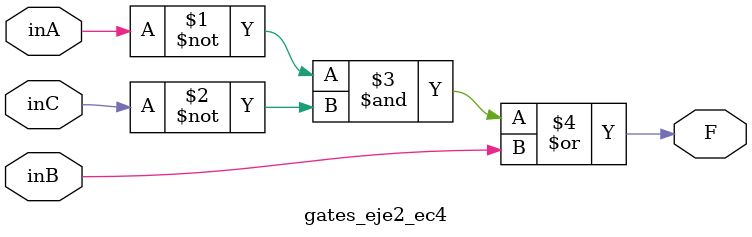
<source format=v>


// Ejercicio 1 - Tabla 1 - Y = A'C' + AC + AB'

module gates_eje1_tab1 (input wire inA, inB, inC, output wire F);
    // Compuertas not
    wire n1;    // A
    wire n2;    // B
    wire n3;    // C

    // Compuertas and
    wire a1;
    wire a2;
    wire a3;

    // Compuertas lógicas
    not (n1,inA);  // A'
    not (n2,inB);  // B'
    not (n3,inC);  // C'

    and (a1,n1,n3);
    and (a2,inA,inC);
    and (a3,inA,n2);

    or (F,a1,a2,a3);

endmodule

//Ejercicio 1 - Tabla 2 - Y = B'

module gates_eje1_tab2 (input wire inA, inB, inC, output wire F);

    // Compuerta not
    wire n2;    // B

    // Compuertas lógicas
    not (n2,inB);   // B'
    
    or (F,n2);

endmodule

//Ejercicio 1 - Tabla 3 - Y = A'B'C'D' + A'B'CD + A'BC'D + A'BCD' + ABC'D' + ABCD + AB'C'D + AB'CD'

module gates_eje1_tab3 (input wire inA, inB, inC, inD, output wire F);

    // Compuertas not
    wire n1;    // A
    wire n2;    // B
    wire n3;    // C
    wire n4;    // D

    // Compuertas and
    wire a1;
    wire a2;
    wire a3;
    wire a4;
    wire a5;
    wire a6;
    wire a7;
    wire a8;

    // Compuertas lógicas
    not (n1,inA);    // A'
    not (n2,inB);    // B'
    not (n3,inC);    // C'
    not (n4,inD);    // D'

    and (a1,n1,n2,n3,n4);
    and (a2,n1,n2,inC,inD);
    and (a3,n1,inB,n3,inD);
    and (a4,n1,inB,inC,n4);
    and (a5,inA,inB,n3,n4);
    and (a6,inA,inB,inC,inD);
    and (a7,inA,n2,n3,inD);
    and (a8,inA,n2,inC,n4);

    or (F,a1,a2,a3,a4,a5,a6,a7,a8);

endmodule


// Ejercicio 1 - Tabla 4 - Y = A'B'D' + A'C'D + BD + AC'D' + AC

module gates_eje1_tab4 (input wire inA, inB, inC, inD, output wire F);

    // Compuertas not
    wire n1;    // A
    wire n2;    // B
    wire n3;    // C
    wire n4;    // D

    // Compuertas and
    wire a1;
    wire a2;
    wire a3;
    wire a4;
    wire a5;

    // Compuertas lógicas
    not (n1,inA);    // A'
    not (n2,inB);    // B'
    not (n3,inC);    // C'
    not (n4,inD);    // D'

    and (a1,n1,n2,n4); 
    and (a2,n1,n3,inD);
    and (a3,inB,inD);
    and (a4,inA,n3,n4);
    and (a5,inA,inC);

    or (F,a1,a2,a3,a4,a5);

endmodule

// Módulos con operadores lógicos
// EJERCICIO 2 - ECUACIONES 1 A 4

// Ejercicio 2 - Ecuación 1 - Y = B'C'D' + AC' + ACD' + AB'C

module gates_eje2_ec1 (input wire inA, inB, inC, inD, output wire F);

    assign F = (~inB & ~inC & ~inD) | (inA & ~inC) | (inA & inC & ~inD) | (inA & ~inB & inC);

endmodule

// Ejercicio 2 - Ecuación 2 - Y = B' +AC

module gates_eje2_ec2 (input wire inA, inB, inC, output wire F);

    assign F = (~inB) | (inA & inC);

endmodule

// Ejercicio 2 - Ecuación 3 - Y = B + C'D + AD

module gates_eje2_ec3 (input wire inA, inB, inC, inD, output wire F);

    assign F = (inB) | (~inC & inD) | (inA & inD);

endmodule

// Ejercicio 2 - Ecuación 4 - Y = A'C' + B 

module gates_eje2_ec4 (input wire inA, inB, inC, output wire F);

    assign F =  (~inA & ~inC) | (inB);

endmodule
</source>
